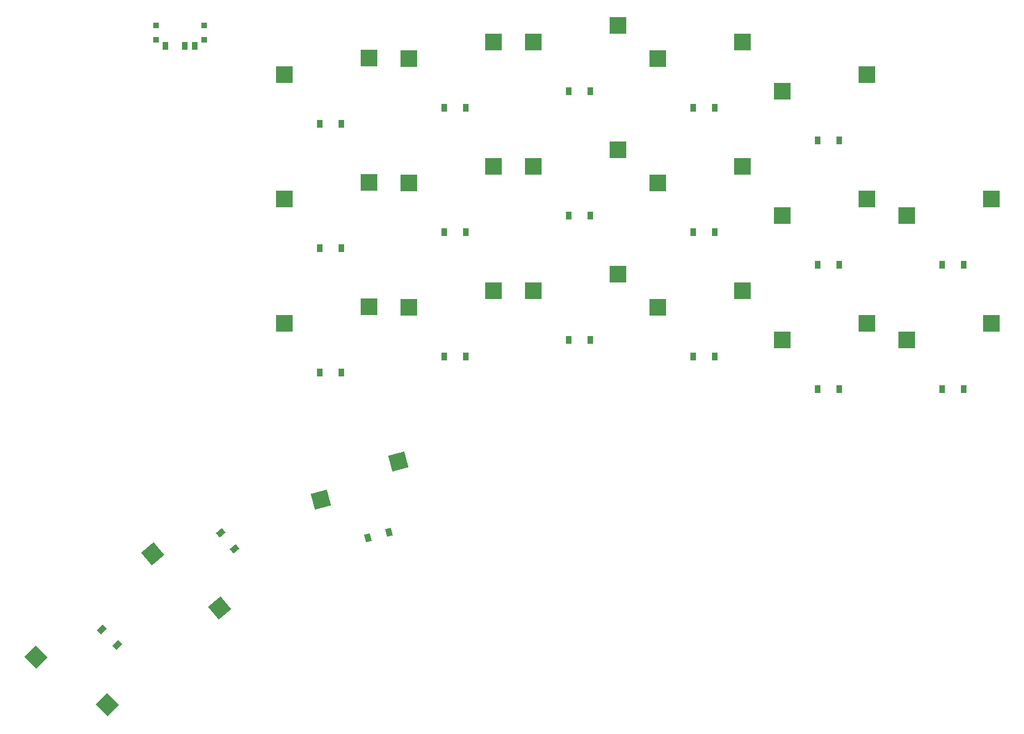
<source format=gbr>
%TF.GenerationSoftware,KiCad,Pcbnew,9.0.7*%
%TF.CreationDate,2026-02-08T22:38:48+02:00*%
%TF.ProjectId,juubo_right_unfinished,6a757562-6f5f-4726-9967-68745f756e66,v1.0.0*%
%TF.SameCoordinates,Original*%
%TF.FileFunction,Paste,Bot*%
%TF.FilePolarity,Positive*%
%FSLAX46Y46*%
G04 Gerber Fmt 4.6, Leading zero omitted, Abs format (unit mm)*
G04 Created by KiCad (PCBNEW 9.0.7) date 2026-02-08 22:38:48*
%MOMM*%
%LPD*%
G01*
G04 APERTURE LIST*
G04 Aperture macros list*
%AMRotRect*
0 Rectangle, with rotation*
0 The origin of the aperture is its center*
0 $1 length*
0 $2 width*
0 $3 Rotation angle, in degrees counterclockwise*
0 Add horizontal line*
21,1,$1,$2,0,0,$3*%
G04 Aperture macros list end*
%ADD10R,0.900000X0.900000*%
%ADD11R,0.900000X1.250000*%
%ADD12R,2.550000X2.500000*%
%ADD13R,0.900000X1.200000*%
%ADD14RotRect,2.550000X2.500000X135.000000*%
%ADD15RotRect,0.900000X1.200000X130.000000*%
%ADD16RotRect,2.550000X2.500000X130.000000*%
%ADD17RotRect,2.550000X2.500000X15.000000*%
%ADD18RotRect,0.900000X1.200000X135.000000*%
%ADD19RotRect,0.900000X1.200000X15.000000*%
G04 APERTURE END LIST*
D10*
%TO.C,T1*%
X142830000Y-103710500D03*
X142830000Y-105910500D03*
X150230000Y-103710500D03*
X150230000Y-105910500D03*
D11*
X144280000Y-106885500D03*
X147280000Y-106885500D03*
X148780000Y-106885500D03*
%TD*%
D12*
%TO.C,S6*%
X219645000Y-146860000D03*
X232572000Y-144320000D03*
%TD*%
%TO.C,S13*%
X181545000Y-127810000D03*
X194472000Y-125270000D03*
%TD*%
D13*
%TO.C,D9*%
X206030000Y-151900000D03*
X209330000Y-151900000D03*
%TD*%
D12*
%TO.C,S11*%
X200595000Y-106260000D03*
X213522000Y-103720000D03*
%TD*%
D13*
%TO.C,D6*%
X225080000Y-154400000D03*
X228380000Y-154400000D03*
%TD*%
D12*
%TO.C,S5*%
X238695000Y-113760000D03*
X251622000Y-111220000D03*
%TD*%
D13*
%TO.C,D4*%
X244130000Y-140350000D03*
X247430000Y-140350000D03*
%TD*%
%TO.C,D16*%
X167930000Y-137850000D03*
X171230000Y-137850000D03*
%TD*%
D12*
%TO.C,S7*%
X219645000Y-127810000D03*
X232572000Y-125270000D03*
%TD*%
D13*
%TO.C,D15*%
X167930000Y-156900000D03*
X171230000Y-156900000D03*
%TD*%
D12*
%TO.C,S15*%
X162495000Y-149360000D03*
X175422000Y-146820000D03*
%TD*%
D13*
%TO.C,D13*%
X186980000Y-135350000D03*
X190280000Y-135350000D03*
%TD*%
%TO.C,D2*%
X263180000Y-140350000D03*
X266480000Y-140350000D03*
%TD*%
D14*
%TO.C,S20*%
X135438596Y-207796209D03*
X124501776Y-200451491D03*
%TD*%
D13*
%TO.C,D7*%
X225080000Y-135350000D03*
X228380000Y-135350000D03*
%TD*%
D12*
%TO.C,S1*%
X257745000Y-151860000D03*
X270672000Y-149320000D03*
%TD*%
D13*
%TO.C,D10*%
X206030000Y-132850000D03*
X209330000Y-132850000D03*
%TD*%
D12*
%TO.C,S2*%
X257745000Y-132810000D03*
X270672000Y-130270000D03*
%TD*%
D13*
%TO.C,D3*%
X244130000Y-159400000D03*
X247430000Y-159400000D03*
%TD*%
%TO.C,D8*%
X225080000Y-116300000D03*
X228380000Y-116300000D03*
%TD*%
D15*
%TO.C,D19*%
X154860167Y-183932942D03*
X152738967Y-181404996D03*
%TD*%
D12*
%TO.C,S8*%
X219645000Y-108760000D03*
X232572000Y-106220000D03*
%TD*%
D13*
%TO.C,D1*%
X263180000Y-159400000D03*
X266480000Y-159400000D03*
%TD*%
D16*
%TO.C,S19*%
X152577742Y-192943012D03*
X142322674Y-184673036D03*
%TD*%
D13*
%TO.C,D17*%
X167930000Y-118800000D03*
X171230000Y-118800000D03*
%TD*%
%TO.C,D12*%
X186980000Y-154400000D03*
X190280000Y-154400000D03*
%TD*%
D17*
%TO.C,S18*%
X168079015Y-176330281D03*
X179908138Y-170531076D03*
%TD*%
D12*
%TO.C,S14*%
X181545000Y-108760000D03*
X194472000Y-106220000D03*
%TD*%
%TO.C,S3*%
X238695000Y-151860000D03*
X251622000Y-149320000D03*
%TD*%
%TO.C,S10*%
X200595000Y-125310000D03*
X213522000Y-122770000D03*
%TD*%
%TO.C,S16*%
X162495000Y-130310000D03*
X175422000Y-127770000D03*
%TD*%
D18*
%TO.C,D20*%
X136927056Y-198621498D03*
X134593604Y-196288046D03*
%TD*%
D12*
%TO.C,S4*%
X238695000Y-132810000D03*
X251622000Y-130270000D03*
%TD*%
D13*
%TO.C,D11*%
X206030000Y-113800000D03*
X209330000Y-113800000D03*
%TD*%
%TO.C,D14*%
X186980000Y-116300000D03*
X190280000Y-116300000D03*
%TD*%
%TO.C,D5*%
X244130000Y-121300000D03*
X247430000Y-121300000D03*
%TD*%
D12*
%TO.C,S12*%
X181545000Y-146860000D03*
X194472000Y-144320000D03*
%TD*%
%TO.C,S17*%
X162495000Y-111260000D03*
X175422000Y-108720000D03*
%TD*%
%TO.C,S9*%
X200595000Y-144360000D03*
X213522000Y-141820000D03*
%TD*%
D19*
%TO.C,D18*%
X175280317Y-182206679D03*
X178467873Y-181352579D03*
%TD*%
M02*

</source>
